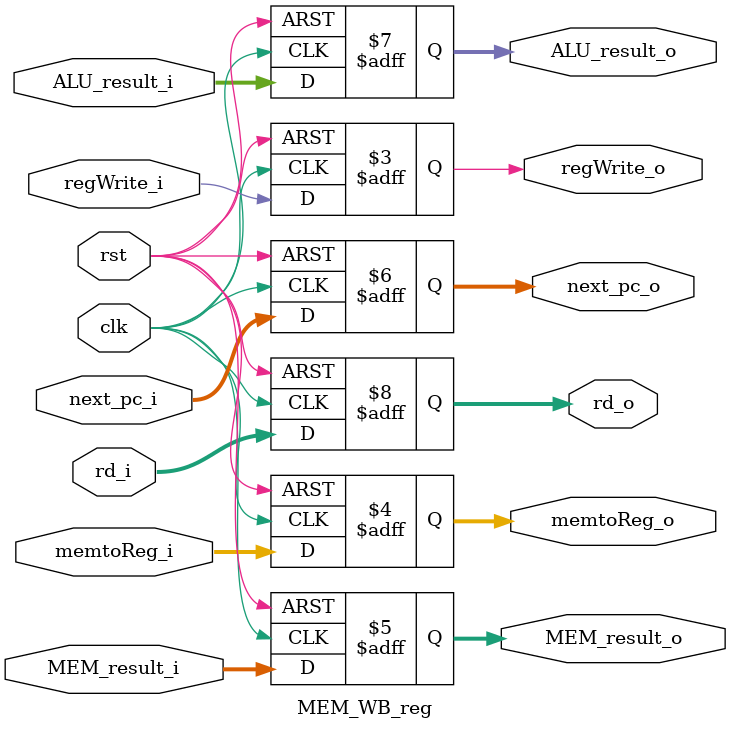
<source format=v>
module MEM_WB_reg (
    input clk, rst,
    input regWrite_i,
    input [1:0] memtoReg_i,
    input [31:0] MEM_result_i, next_pc_i, ALU_result_i,
    input [4:0] rd_i, 
    output reg regWrite_o,
    output reg [1:0] memtoReg_o,
    output reg [31:0] MEM_result_o, next_pc_o, ALU_result_o,
    output reg [4:0] rd_o
);
    always @(posedge clk or negedge rst) begin
        if (!rst) begin
            regWrite_o <= 0;
            memtoReg_o <= 0;
            MEM_result_o <= 0;
            next_pc_o <= 0;
            rd_o <= 0;
            ALU_result_o <= 0;
        end else begin
            regWrite_o <= regWrite_i;
            memtoReg_o <= memtoReg_i;
            MEM_result_o <= MEM_result_i;
            next_pc_o <= next_pc_i;
            rd_o <= rd_i;
            ALU_result_o <= ALU_result_i;
        end
    end

endmodule

</source>
